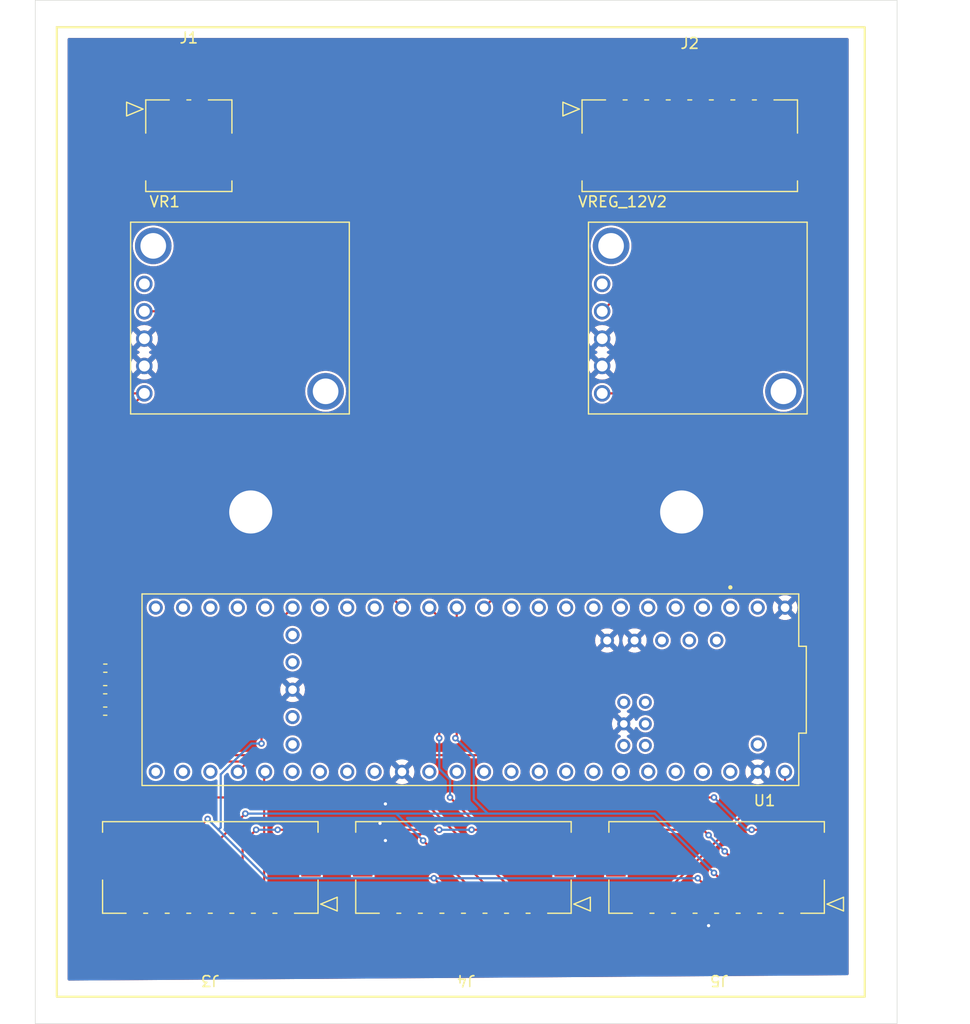
<source format=kicad_pcb>
(kicad_pcb (version 20240108) (generator "pcbnew") (generator_version "8.0")
  (layers (0 "F.Cu" signal) (31 "B.Cu" signal) (34 "B.Paste" user) (35 "F.Paste" user) (36 "B.SilkS" user "B.Silkscreen") (37 "F.SilkS" user "F.Silkscreen") (38 "B.Mask" user) (39 "F.Mask" user) (44 "Edge.Cuts" user))
  (net 0 "")
  (net 2 "GND")
  (net 4 "14.8V")
  (net 7 "12V")
  (net 8 "Net-(U1-MISO)")
  (net 11 "Net-(U1-MOSI)")
  (net 12 "Net-(J3-Pad5)")
  (net 13 "Net-(VR1-VOUT)")
  (net 14 "Net-(U1-CS3)")
  (net 16 "Net-(U1-CS2)")
  (net 21 "Net-(U1-CS1)")
  (net 24 "Net-(U1-3.3V)")
  (footprint "footprints:VREG_2851" (layer "F.Cu") (at 145 90)
    (property "Reference" "VREG_12V2" (at -6.985 -10.795 0) (layer "F.SilkS"))
    (property "Value" "~" (hide yes))
    (fp_line (start -10.15 -8.9) (end 10.15 -8.9) (stroke (width 0.127)) (layer "F.SilkS"))
    (fp_line (start -10.15 8.9) (end -10.15 -8.9) (stroke (width 0.127)) (layer "F.SilkS"))
    (fp_line (start 10.15 -8.9) (end 10.15 8.9) (stroke (width 0.127)) (layer "F.SilkS"))
    (fp_line (start 10.15 8.9) (end -10.15 8.9) (stroke (width 0.127)) (layer "F.SilkS"))
    (pad "EN" thru_hole circle (at -8.88 -3.17) (size 1.53 1.53) (drill 1.02) (layers "*.Cu" "*.Mask"))
    (pad "GND1" thru_hole circle (at -8.88 1.91) (size 1.53 1.53) (drill 1.02) (layers "*.Cu" "*.Mask") (net 2 "GND"))
    (pad "GND2" thru_hole circle (at -8.88 4.45) (size 1.53 1.53) (drill 1.02) (layers "*.Cu" "*.Mask") (net 2 "GND"))
    (pad "OUT" thru_hole circle (at -8.88 6.99) (size 1.53 1.53) (drill 1.02) (layers "*.Cu" "*.Mask") (net 7 "12V"))
    (pad "P1" thru_hole circle (at -8.05 -6.7) (size 3.396 3.396) (drill 2.38) (layers "*.Cu" "*.Mask"))
    (pad "P2" thru_hole circle (at 7.95 6.8) (size 3.396 3.396) (drill 2.38) (layers "*.Cu" "*.Mask"))
    (pad "VIN" thru_hole circle (at -8.88 -0.63) (size 1.53 1.53) (drill 1.02) (layers "*.Cu" "*.Mask") (net 4 "14.8V"))
  )
  (footprint "footprints:8Pin_Molex" (layer "F.Cu") (at 106.745999 144.4 180)
    (property "Reference" "J3" (at 6.999999 -7.1 180) (layer "F.SilkS"))
    (property "Value" "Sensor_1")
    (fp_line (start 16.999979 7.65) (end 16.999979 6.670041) (stroke (width 0.127)) (layer "F.SilkS"))
    (fp_line (start 16.999979 2.229961) (end 16.999979 -0.850001) (stroke (width 0.127)) (layer "F.SilkS"))
    (fp_line (start 16.999979 -0.850001) (end 14.82004 -0.850001) (stroke (width 0.127)) (layer "F.SilkS"))
    (fp_line (start 13.17996 -0.850001) (end 12.820039 -0.850001) (stroke (width 0.127)) (layer "F.SilkS"))
    (fp_line (start 11.179959 -0.850001) (end 10.82004 -0.850001) (stroke (width 0.127)) (layer "F.SilkS"))
    (fp_line (start 9.17996 -0.850001) (end 8.820039 -0.850001) (stroke (width 0.127)) (layer "F.SilkS"))
    (fp_line (start 7.179959 -0.850001) (end 6.820041 -0.850001) (stroke (width 0.127)) (layer "F.SilkS"))
    (fp_line (start 5.179961 -0.850001) (end 4.82004 -0.850001) (stroke (width 0.127)) (layer "F.SilkS"))
    (fp_line (start 3.17996 -0.850001) (end 2.820041 -0.850001) (stroke (width 0.127)) (layer "F.SilkS"))
    (fp_line (start 1.179961 -0.850001) (end 0.82004 -0.850001) (stroke (width 0.127)) (layer "F.SilkS"))
    (fp_line (start -0.82004 -0.850001) (end -2.999981 -0.850001) (stroke (width 0.127)) (layer "F.SilkS"))
    (fp_line (start -2.999981 7.65) (end 16.999979 7.65) (stroke (width 0.127)) (layer "F.SilkS"))
    (fp_line (start -2.999981 6.670041) (end -2.999981 7.65) (stroke (width 0.127)) (layer "F.SilkS"))
    (fp_line (start -2.999981 -0.850001) (end -2.999981 2.229961) (stroke (width 0.127)) (layer "F.SilkS"))
    (fp_line (start -3.253981 0) (end -4.777981 -0.635) (stroke (width 0.127)) (layer "F.SilkS"))
    (fp_line (start -4.777981 0.635) (end -3.253981 0) (stroke (width 0.127)) (layer "F.SilkS"))
    (fp_line (start -4.777981 -0.635) (end -4.777981 0.635) (stroke (width 0.127)) (layer "F.SilkS"))
    (pad "1" smd rect (at 0 0 180) (size 1 2.7) (layers "F.Cu" "F.Paste" "F.Mask") (net 7 "12V"))
    (pad "2" smd rect (at 2.000001 0 180) (size 1 2.7) (layers "F.Cu" "F.Paste" "F.Mask") (net 14 "Net-(U1-CS3)"))
    (pad "3" smd rect (at 4 0 180) (size 1 2.7) (layers "F.Cu" "F.Paste" "F.Mask") (net 8 "Net-(U1-MISO)"))
    (pad "4" smd rect (at 6.000001 0 180) (size 1 2.7) (layers "F.Cu" "F.Paste" "F.Mask") (net 11 "Net-(U1-MOSI)"))
    (pad "5" smd rect (at 7.999999 0 180) (size 1 2.7) (layers "F.Cu" "F.Paste" "F.Mask") (net 12 "Net-(J3-Pad5)"))
    (pad "6" smd rect (at 10 0 180) (size 1 2.7) (layers "F.Cu" "F.Paste" "F.Mask") (net 13 "Net-(VR1-VOUT)"))
    (pad "7" smd rect (at 11.999999 0 180) (size 1 2.7) (layers "F.Cu" "F.Paste" "F.Mask"))
    (pad "8" smd rect (at 14 0 180) (size 1 2.7) (layers "F.Cu" "F.Paste" "F.Mask") (net 2 "GND"))
    (pad "9" smd rect (at -2.35 4.450001 180) (size 1.8 3.8) (layers "F.Cu" "F.Paste" "F.Mask"))
    (pad "10" smd rect (at 16.35 4.450001 180) (size 1.8 3.8) (layers "F.Cu" "F.Paste" "F.Mask"))
  )
  (footprint "Resistor_SMD:R_0402_1005Metric" (layer "F.Cu") (at 89.99 126.49 180)
    (property "Reference" "R1" (hide yes))
    (property "Value" "10k" (hide yes))
    (fp_line (start -0.153641 0.38) (end 0.153641 0.38) (stroke (width 0.12)) (layer "F.SilkS"))
    (fp_line (start -0.153641 -0.38) (end 0.153641 -0.38) (stroke (width 0.12)) (layer "F.SilkS"))
    (pad "1" smd roundrect (at -0.51 0 180) (size 0.54 0.64) (layers "F.Cu" "F.Paste" "F.Mask") (net 14 "Net-(U1-CS3)"))
    (pad "2" smd roundrect (at 0.51 0 180) (size 0.54 0.64) (layers "F.Cu" "F.Paste" "F.Mask") (net 24 "Net-(U1-3.3V)"))
  )
  (footprint "MountingHole:MountingHole_4mm" (layer "F.Cu") (at 103.5 108)
    (property "Reference" "REF**" (hide yes))
    (property "Value" "MountingHole_4mm")
    (pad "" np_thru_hole circle (at 0 0) (size 4 4) (drill 4) (layers "*.Cu" "*.Mask"))
  )
  (footprint "footprints:8Pin_Molex" (layer "F.Cu") (at 130.245999 144.4 180)
    (property "Reference" "J4" (at 6.745999 -7.1 180) (layer "F.SilkS"))
    (property "Value" "Sensor_2")
    (fp_line (start 16.999979 7.65) (end 16.999979 6.670041) (stroke (width 0.127)) (layer "F.SilkS"))
    (fp_line (start 16.999979 2.229961) (end 16.999979 -0.850001) (stroke (width 0.127)) (layer "F.SilkS"))
    (fp_line (start 16.999979 -0.850001) (end 14.82004 -0.850001) (stroke (width 0.127)) (layer "F.SilkS"))
    (fp_line (start 13.17996 -0.850001) (end 12.820039 -0.850001) (stroke (width 0.127)) (layer "F.SilkS"))
    (fp_line (start 11.179959 -0.850001) (end 10.82004 -0.850001) (stroke (width 0.127)) (layer "F.SilkS"))
    (fp_line (start 9.17996 -0.850001) (end 8.820039 -0.850001) (stroke (width 0.127)) (layer "F.SilkS"))
    (fp_line (start 7.179959 -0.850001) (end 6.820041 -0.850001) (stroke (width 0.127)) (layer "F.SilkS"))
    (fp_line (start 5.179961 -0.850001) (end 4.82004 -0.850001) (stroke (width 0.127)) (layer "F.SilkS"))
    (fp_line (start 3.17996 -0.850001) (end 2.820041 -0.850001) (stroke (width 0.127)) (layer "F.SilkS"))
    (fp_line (start 1.179961 -0.850001) (end 0.82004 -0.850001) (stroke (width 0.127)) (layer "F.SilkS"))
    (fp_line (start -0.82004 -0.850001) (end -2.999981 -0.850001) (stroke (width 0.127)) (layer "F.SilkS"))
    (fp_line (start -2.999981 7.65) (end 16.999979 7.65) (stroke (width 0.127)) (layer "F.SilkS"))
    (fp_line (start -2.999981 6.670041) (end -2.999981 7.65) (stroke (width 0.127)) (layer "F.SilkS"))
    (fp_line (start -2.999981 -0.850001) (end -2.999981 2.229961) (stroke (width 0.127)) (layer "F.SilkS"))
    (fp_line (start -3.253981 0) (end -4.777981 -0.635) (stroke (width 0.127)) (layer "F.SilkS"))
    (fp_line (start -4.777981 0.635) (end -3.253981 0) (stroke (width 0.127)) (layer "F.SilkS"))
    (fp_line (start -4.777981 -0.635) (end -4.777981 0.635) (stroke (width 0.127)) (layer "F.SilkS"))
    (pad "1" smd rect (at 0 0 180) (size 1 2.7) (layers "F.Cu" "F.Paste" "F.Mask") (net 7 "12V"))
    (pad "2" smd rect (at 2.000001 0 180) (size 1 2.7) (layers "F.Cu" "F.Paste" "F.Mask") (net 16 "Net-(U1-CS2)"))
    (pad "3" smd rect (at 4 0 180) (size 1 2.7) (layers "F.Cu" "F.Paste" "F.Mask") (net 8 "Net-(U1-MISO)"))
    (pad "4" smd rect (at 6.000001 0 180) (size 1 2.7) (layers "F.Cu" "F.Paste" "F.Mask") (net 11 "Net-(U1-MOSI)"))
    (pad "5" smd rect (at 7.999999 0 180) (size 1 2.7) (layers "F.Cu" "F.Paste" "F.Mask") (net 12 "Net-(J3-Pad5)"))
    (pad "6" smd rect (at 10 0 180) (size 1 2.7) (layers "F.Cu" "F.Paste" "F.Mask") (net 13 "Net-(VR1-VOUT)"))
    (pad "7" smd rect (at 11.999999 0 180) (size 1 2.7) (layers "F.Cu" "F.Paste" "F.Mask"))
    (pad "8" smd rect (at 14 0 180) (size 1 2.7) (layers "F.Cu" "F.Paste" "F.Mask") (net 2 "GND"))
    (pad "9" smd rect (at -2.35 4.450001 180) (size 1.8 3.8) (layers "F.Cu" "F.Paste" "F.Mask"))
    (pad "10" smd rect (at 16.35 4.450001 180) (size 1.8 3.8) (layers "F.Cu" "F.Paste" "F.Mask"))
  )
  (footprint "footprints:MODULE_DEV-16771" (layer "F.Cu") (at 123.89 124.5 180)
    (property "Reference" "U1" (at -27.305 -10.295 0) (layer "F.SilkS"))
    (property "Value" "DEV-16771")
    (fp_line (start 30.48 8.89) (end -30.48 8.89) (stroke (width 0.127)) (layer "F.SilkS"))
    (fp_line (start 30.48 -8.89) (end 30.48 8.89) (stroke (width 0.127)) (layer "F.SilkS"))
    (fp_line (start -30.48 8.89) (end -30.48 4.03) (stroke (width 0.127)) (layer "F.SilkS"))
    (fp_line (start -30.48 4.03) (end -31.18 4.03) (stroke (width 0.127)) (layer "F.SilkS"))
    (fp_line (start -30.48 -4.03) (end -31.18 -4.03) (stroke (width 0.127)) (layer "F.SilkS"))
    (fp_line (start -30.48 -8.89) (end 30.48 -8.89) (stroke (width 0.127)) (layer "F.SilkS"))
    (fp_line (start -30.48 -8.89) (end -30.48 -4.03) (stroke (width 0.127)) (layer "F.SilkS"))
    (fp_line (start -31.18 4.03) (end -31.18 -4.03) (stroke (width 0.127)) (layer "F.SilkS"))
    (fp_circle (center -24.13 9.5) (end -24.03 9.5) (stroke (width 0.2)) (fill none) (layer "F.SilkS"))
    (pad "0" thru_hole circle (at -26.67 7.62 180) (size 1.308 1.308) (drill 0.8) (layers "*.Cu" "*.Mask"))
    (pad "1" thru_hole circle (at -24.13 7.62 180) (size 1.308 1.308) (drill 0.8) (layers "*.Cu" "*.Mask"))
    (pad "2" thru_hole circle (at -21.59 7.62 180) (size 1.308 1.308) (drill 0.8) (layers "*.Cu" "*.Mask"))
    (pad "3" thru_hole circle (at -19.05 7.62 180) (size 1.308 1.308) (drill 0.8) (layers "*.Cu" "*.Mask"))
    (pad "3.3V_1" thru_hole circle (at 6.35 7.62 180) (size 1.308 1.308) (drill 0.8) (layers "*.Cu" "*.Mask") (net 24 "Net-(U1-3.3V)"))
    (pad "3.3V_2" thru_hole circle (at -24.13 -7.62 180) (size 1.308 1.308) (drill 0.8) (layers "*.Cu" "*.Mask"))
    (pad "3.3V_3" thru_hole circle (at 16.51 2.54 180) (size 1.308 1.308) (drill 0.8) (layers "*.Cu" "*.Mask"))
    (pad "4" thru_hole circle (at -16.51 7.62 180) (size 1.308 1.308) (drill 0.8) (layers "*.Cu" "*.Mask"))
    (pad "5" thru_hole circle (at -13.97 7.62 180) (size 1.308 1.308) (drill 0.8) (layers "*.Cu" "*.Mask"))
    (pad "5V" thru_hole circle (at -22.86 4.57 180) (size 1.258 1.258) (drill 0.75) (layers "*.Cu" "*.Mask"))
    (pad "6" thru_hole circle (at -11.43 7.62 180) (size 1.308 1.308) (drill 0.8) (layers "*.Cu" "*.Mask"))
    (pad "7" thru_hole circle (at -8.89 7.62 180) (size 1.308 1.308) (drill 0.8) (layers "*.Cu" "*.Mask"))
    (pad "8" thru_hole circle (at -6.35 7.62 180) (size 1.308 1.308) (drill 0.8) (layers "*.Cu" "*.Mask"))
    (pad "9" thru_hole circle (at -3.81 7.62 180) (size 1.308 1.308) (drill 0.8) (layers "*.Cu" "*.Mask"))
    (pad "10" thru_hole circle (at -1.27 7.62 180) (size 1.308 1.308) (drill 0.8) (layers "*.Cu" "*.Mask") (net 21 "Net-(U1-CS1)"))
    (pad "11" thru_hole circle (at 1.27 7.62 180) (size 1.308 1.308) (drill 0.8) (layers "*.Cu" "*.Mask") (net 11 "Net-(U1-MOSI)"))
    (pad "12" thru_hole circle (at 3.81 7.62 180) (size 1.308 1.308) (drill 0.8) (layers "*.Cu" "*.Mask") (net 8 "Net-(U1-MISO)"))
    (pad "13" thru_hole circle (at 3.81 -7.62 180) (size 1.308 1.308) (drill 0.8) (layers "*.Cu" "*.Mask"))
    (pad "14" thru_hole circle (at 1.27 -7.62 180) (size 1.308 1.308) (drill 0.8) (layers "*.Cu" "*.Mask"))
    (pad "15" thru_hole circle (at -1.27 -7.62 180) (size 1.308 1.308) (drill 0.8) (layers "*.Cu" "*.Mask"))
    (pad "16" thru_hole circle (at -3.81 -7.62 180) (size 1.308 1.308) (drill 0.8) (layers "*.Cu" "*.Mask"))
    (pad "17" thru_hole circle (at -6.35 -7.62 180) (size 1.308 1.308) (drill 0.8) (layers "*.Cu" "*.Mask"))
    (pad "18" thru_hole circle (at -8.89 -7.62 180) (size 1.308 1.308) (drill 0.8) (layers "*.Cu" "*.Mask"))
    (pad "19" thru_hole circle (at -11.43 -7.62 180) (size 1.308 1.308) (drill 0.8) (layers "*.Cu" "*.Mask"))
    (pad "20" thru_hole circle (at -13.97 -7.62 180) (size 1.308 1.308) (drill 0.8) (layers "*.Cu" "*.Mask"))
    (pad "21" thru_hole circle (at -16.51 -7.62 180) (size 1.308 1.308) (drill 0.8) (layers "*.Cu" "*.Mask"))
    (pad "22" thru_hole circle (at -19.05 -7.62 180) (size 1.308 1.308) (drill 0.8) (layers "*.Cu" "*.Mask"))
    (pad "23" thru_hole circle (at -21.59 -7.62 180) (size 1.308 1.308) (drill 0.8) (layers "*.Cu" "*.Mask"))
    (pad "24" thru_hole circle (at 8.89 7.62 180) (size 1.308 1.308) (drill 0.8) (layers "*.Cu" "*.Mask"))
    (pad "25" thru_hole circle (at 11.43 7.62 180) (size 1.308 1.308) (drill 0.8) (layers "*.Cu" "*.Mask"))
    (pad "26" thru_hole circle (at 13.97 7.62 180) (size 1.308 1.308) (drill 0.8) (layers "*.Cu" "*.Mask"))
    (pad "27" thru_hole circle (at 16.51 7.62 180) (size 1.308 1.308) (drill 0.8) (layers "*.Cu" "*.Mask") (net 12 "Net-(J3-Pad5)"))
    (pad "28" thru_hole circle (at 19.05 7.62 180) (size 1.308 1.308) (drill 0.8) (layers "*.Cu" "*.Mask"))
    (pad "29" thru_hole circle (at 21.59 7.62 180) (size 1.308 1.308) (drill 0.8) (layers "*.Cu" "*.Mask"))
    (pad "30" thru_hole circle (at 24.13 7.62 180) (size 1.308 1.308) (drill 0.8) (layers "*.Cu" "*.Mask"))
    (pad "31" thru_hole circle (at 26.67 7.62 180) (size 1.308 1.308) (drill 0.8) (layers "*.Cu" "*.Mask"))
    (pad "32" thru_hole circle (at 29.21 7.62 180) (size 1.308 1.308) (drill 0.8) (layers "*.Cu" "*.Mask"))
    (pad "33" thru_hole circle (at 29.21 -7.62 180) (size 1.308 1.308) (drill 0.8) (layers "*.Cu" "*.Mask"))
    (pad "34" thru_hole circle (at 26.67 -7.62 180) (size 1.308 1.308) (drill 0.8) (layers "*.Cu" "*.Mask"))
    (pad "35" thru_hole circle (at 24.13 -7.62 180) (size 1.308 1.308) (drill 0.8) (layers "*.Cu" "*.Mask"))
    (pad "36" thru_hole circle (at 21.59 -7.62 180) (size 1.308 1.308) (drill 0.8) (layers "*.Cu" "*.Mask") (net 16 "Net-(U1-CS2)"))
    (pad "37" thru_hole circle (at 19.05 -7.62 180) (size 1.308 1.308) (drill 0.8) (layers "*.Cu" "*.Mask") (net 14 "Net-(U1-CS3)"))
    (pad "38" thru_hole circle (at 16.51 -7.62 180) (size 1.308 1.308) (drill 0.8) (layers "*.Cu" "*.Mask"))
    (pad "39" thru_hole circle (at 13.97 -7.62 180) (size 1.308 1.308) (drill 0.8) (layers "*.Cu" "*.Mask"))
    (pad "40" thru_hole circle (at 11.43 -7.62 180) (size 1.308 1.308) (drill 0.8) (layers "*.Cu" "*.Mask"))
    (pad "41" thru_hole circle (at 8.89 -7.62 180) (size 1.308 1.308) (drill 0.8) (layers "*.Cu" "*.Mask"))
    (pad "D+" thru_hole circle (at -17.78 4.57 180) (size 1.258 1.258) (drill 0.75) (layers "*.Cu" "*.Mask"))
    (pad "D-" thru_hole circle (at -20.32 4.57 180) (size 1.258 1.258) (drill 0.75) (layers "*.Cu" "*.Mask"))
    (pad "GND1" thru_hole circle (at -29.21 7.62 180) (size 1.308 1.308) (drill 0.8) (layers "*.Cu" "*.Mask") (net 2 "GND"))
    (pad "GND2" thru_hole circle (at 6.35 -7.62 180) (size 1.308 1.308) (drill 0.8) (layers "*.Cu" "*.Mask") (net 2 "GND"))
    (pad "GND3" thru_hole circle (at -26.67 -7.62 180) (size 1.308 1.308) (drill 0.8) (layers "*.Cu" "*.Mask") (net 2 "GND"))
    (pad "GND4" thru_hole circle (at 16.51 0 180) (size 1.308 1.308) (drill 0.8) (layers "*.Cu" "*.Mask") (net 2 "GND"))
    (pad "GND5" thru_hole circle (at -14.24 -3.17 180) (size 1.208 1.208) (drill 0.7) (layers "*.Cu" "*.Mask") (net 2 "GND"))
    (pad "LED" thru_hole circle (at -16.24 -3.17 180) (size 1.208 1.208) (drill 0.7) (layers "*.Cu" "*.Mask"))
    (pad "ON/OFF" thru_hole circle (at 16.51 -5.08 180) (size 1.308 1.308) (drill 0.8) (layers "*.Cu" "*.Mask"))
    (pad "PROGRAM" thru_hole circle (at 16.51 -2.54 180) (size 1.308 1.308) (drill 0.8) (layers "*.Cu" "*.Mask"))
    (pad "R+" thru_hole circle (at -16.24 -5.17 180) (size 1.208 1.208) (drill 0.7) (layers "*.Cu" "*.Mask"))
    (pad "R-" thru_hole circle (at -14.24 -5.17 180) (size 1.208 1.208) (drill 0.7) (layers "*.Cu" "*.Mask"))
    (pad "T+" thru_hole circle (at -14.24 -1.17 180) (size 1.208 1.208) (drill 0.7) (layers "*.Cu" "*.Mask"))
    (pad "T-" thru_hole circle (at -16.24 -1.17 180) (size 1.208 1.208) (drill 0.7) (layers "*.Cu" "*.Mask"))
    (pad "USB_GND1" thru_hole circle (at -15.24 4.57 180) (size 1.258 1.258) (drill 0.75) (layers "*.Cu" "*.Mask") (net 2 "GND"))
    (pad "USB_GND2" thru_hole circle (at -12.7 4.57 180) (size 1.258 1.258) (drill 0.75) (layers "*.Cu" "*.Mask") (net 2 "GND"))
    (pad "VBAT" thru_hole circle (at 16.51 5.08 180) (size 1.308 1.308) (drill 0.8) (layers "*.Cu" "*.Mask"))
    (pad "VIN" thru_hole circle (at -29.21 -7.62 180) (size 1.308 1.308) (drill 0.8) (layers "*.Cu" "*.Mask") (net 13 "Net-(VR1-VOUT)"))
    (pad "VUSB" thru_hole circle (at -26.67 -5.08 180) (size 1.308 1.308) (drill 0.8) (layers "*.Cu" "*.Mask"))
  )
  (footprint "footprints:VREG_2851" (layer "F.Cu") (at 102.5 90)
    (property "Reference" "VR1" (at -6.985 -10.795 0) (layer "F.SilkS"))
    (property "Value" "2851")
    (fp_line (start -10.15 -8.9) (end 10.15 -8.9) (stroke (width 0.127)) (layer "F.SilkS"))
    (fp_line (start -10.15 8.9) (end -10.15 -8.9) (stroke (width 0.127)) (layer "F.SilkS"))
    (fp_line (start 10.15 -8.9) (end 10.15 8.9) (stroke (width 0.127)) (layer "F.SilkS"))
    (fp_line (start 10.15 8.9) (end -10.15 8.9) (stroke (width 0.127)) (layer "F.SilkS"))
    (pad "EN" thru_hole circle (at -8.88 -3.17) (size 1.53 1.53) (drill 1.02) (layers "*.Cu" "*.Mask"))
    (pad "GND1" thru_hole circle (at -8.88 1.91) (size 1.53 1.53) (drill 1.02) (layers "*.Cu" "*.Mask") (net 2 "GND"))
    (pad "GND2" thru_hole circle (at -8.88 4.45) (size 1.53 1.53) (drill 1.02) (layers "*.Cu" "*.Mask") (net 2 "GND"))
    (pad "OUT" thru_hole circle (at -8.88 6.99) (size 1.53 1.53) (drill 1.02) (layers "*.Cu" "*.Mask") (net 13 "Net-(VR1-VOUT)"))
    (pad "P1" thru_hole circle (at -8.05 -6.7) (size 3.396 3.396) (drill 2.38) (layers "*.Cu" "*.Mask"))
    (pad "P2" thru_hole circle (at 7.95 6.8) (size 3.396 3.396) (drill 2.38) (layers "*.Cu" "*.Mask"))
    (pad "VIN" thru_hole circle (at -8.88 -0.63) (size 1.53 1.53) (drill 1.02) (layers "*.Cu" "*.Mask") (net 4 "14.8V"))
  )
  (footprint "Resistor_SMD:R_0402_1005Metric" (layer "F.Cu") (at 90 122.5 180)
    (property "Reference" "R3" (hide yes))
    (property "Value" "10k" (hide yes))
    (fp_line (start -0.153641 0.38) (end 0.153641 0.38) (stroke (width 0.12)) (layer "F.SilkS"))
    (fp_line (start -0.153641 -0.38) (end 0.153641 -0.38) (stroke (width 0.12)) (layer "F.SilkS"))
    (pad "1" smd roundrect (at -0.51 0 180) (size 0.54 0.64) (layers "F.Cu" "F.Paste" "F.Mask") (net 21 "Net-(U1-CS1)"))
    (pad "2" smd roundrect (at 0.51 0 180) (size 0.54 0.64) (layers "F.Cu" "F.Paste" "F.Mask") (net 24 "Net-(U1-3.3V)"))
  )
  (footprint "Resistor_SMD:R_0402_1005Metric" (layer "F.Cu") (at 89.99 124.5 180)
    (property "Reference" "R2" (hide yes))
    (property "Value" "10k" (hide yes))
    (fp_line (start -0.153641 0.38) (end 0.153641 0.38) (stroke (width 0.12)) (layer "F.SilkS"))
    (fp_line (start -0.153641 -0.38) (end 0.153641 -0.38) (stroke (width 0.12)) (layer "F.SilkS"))
    (pad "1" smd roundrect (at -0.51 0 180) (size 0.54 0.64) (layers "F.Cu" "F.Paste" "F.Mask") (net 16 "Net-(U1-CS2)"))
    (pad "2" smd roundrect (at 0.51 0 180) (size 0.54 0.64) (layers "F.Cu" "F.Paste" "F.Mask") (net 24 "Net-(U1-3.3V)"))
  )
  (footprint "footprints:2Pin_Molex" (layer "F.Cu") (at 96.754 70.600001)
    (property "Reference" "J1" (at 1 -6.600001 0) (layer "F.SilkS"))
    (property "Value" "Autopilot_Pwr_Output")
    (fp_line (start -4.777991 -0.635) (end -4.777991 0.635) (stroke (width 0.127)) (layer "F.SilkS"))
    (fp_line (start -4.777991 0.635) (end -3.253991 0) (stroke (width 0.127)) (layer "F.SilkS"))
    (fp_line (start -3.253991 0) (end -4.777991 -0.635) (stroke (width 0.127)) (layer "F.SilkS"))
    (fp_line (start -2.999991 -0.850001) (end -2.999991 2.229961) (stroke (width 0.127)) (layer "F.SilkS"))
    (fp_line (start -2.999991 6.670041) (end -2.999991 7.65) (stroke (width 0.127)) (layer "F.SilkS"))
    (fp_line (start -2.999991 7.65) (end 4.999992 7.65) (stroke (width 0.127)) (layer "F.SilkS"))
    (fp_line (start -0.82004 -0.850001) (end -2.999991 -0.850001) (stroke (width 0.127)) (layer "F.SilkS"))
    (fp_line (start 1.179961 -0.850001) (end 0.82004 -0.850001) (stroke (width 0.127)) (layer "F.SilkS"))
    (fp_line (start 4.999992 -0.850001) (end 2.820041 -0.850001) (stroke (width 0.127)) (layer "F.SilkS"))
    (fp_line (start 4.999992 2.229961) (end 4.999992 -0.850001) (stroke (width 0.127)) (layer "F.SilkS"))
    (fp_line (start 4.999992 7.65) (end 4.999992 6.670041) (stroke (width 0.127)) (layer "F.SilkS"))
    (pad "1" smd rect (at 0 0) (size 1 2.7) (layers "F.Cu" "F.Paste" "F.Mask") (net 13 "Net-(VR1-VOUT)"))
    (pad "2" smd rect (at 2.000001 0) (size 1 2.7) (layers "F.Cu" "F.Paste" "F.Mask") (net 2 "GND"))
    (pad "3" smd rect (at -2.35 4.450001) (size 1.8 3.8) (layers "F.Cu" "F.Paste" "F.Mask"))
    (pad "4" smd rect (at 4.350001 4.450001) (size 1.8 3.8) (layers "F.Cu" "F.Paste" "F.Mask"))
  )
  (footprint "footprints:8Pin_Molex" (layer "F.Cu") (at 137.254001 70.600001)
    (property "Reference" "J2" (at 6.999999 -6.100001 0) (layer "F.SilkS"))
    (property "Value" "Battery_Pwr_Input")
    (fp_line (start -4.777981 -0.635) (end -4.777981 0.635) (stroke (width 0.127)) (layer "F.SilkS"))
    (fp_line (start -4.777981 0.635) (end -3.253981 0) (stroke (width 0.127)) (layer "F.SilkS"))
    (fp_line (start -3.253981 0) (end -4.777981 -0.635) (stroke (width 0.127)) (layer "F.SilkS"))
    (fp_line (start -2.999981 -0.850001) (end -2.999981 2.229961) (stroke (width 0.127)) (layer "F.SilkS"))
    (fp_line (start -2.999981 6.670041) (end -2.999981 7.65) (stroke (width 0.127)) (layer "F.SilkS"))
    (fp_line (start -2.999981 7.65) (end 16.999979 7.65) (stroke (width 0.127)) (layer "F.SilkS"))
    (fp_line (start -0.82004 -0.850001) (end -2.999981 -0.850001) (stroke (width 0.127)) (layer "F.SilkS"))
    (fp_line (start 1.179961 -0.850001) (end 0.82004 -0.850001) (stroke (width 0.127)) (layer "F.SilkS"))
    (fp_line (start 3.17996 -0.850001) (end 2.820041 -0.850001) (stroke (width 0.127)) (layer "F.SilkS"))
    (fp_line (start 5.179961 -0.850001) (end 4.82004 -0.850001) (stroke (width 0.127)) (layer "F.SilkS"))
    (fp_line (start 7.179959 -0.850001) (end 6.820041 -0.850001) (stroke (width 0.127)) (layer "F.SilkS"))
    (fp_line (start 9.17996 -0.850001) (end 8.820039 -0.850001) (stroke (width 0.127)) (layer "F.SilkS"))
    (fp_line (start 11.179959 -0.850001) (end 10.82004 -0.850001) (stroke (width 0.127)) (layer "F.SilkS"))
    (fp_line (start 13.17996 -0.850001) (end 12.820039 -0.850001) (stroke (width 0.127)) (layer "F.SilkS"))
    (fp_line (start 16.999979 -0.850001) (end 14.82004 -0.850001) (stroke (width 0.127)) (layer "F.SilkS"))
    (fp_line (start 16.999979 2.229961) (end 16.999979 -0.850001) (stroke (width 0.127)) (layer "F.SilkS"))
    (fp_line (start 16.999979 7.65) (end 16.999979 6.670041) (stroke (width 0.127)) (layer "F.SilkS"))
    (pad "1" smd rect (at 0 0) (size 1 2.7) (layers "F.Cu" "F.Paste" "F.Mask") (net 4 "14.8V"))
    (pad "2" smd rect (at 2.000001 0) (size 1 2.7) (layers "F.Cu" "F.Paste" "F.Mask") (net 4 "14.8V"))
    (pad "3" smd rect (at 4 0) (size 1 2.7) (layers "F.Cu" "F.Paste" "F.Mask") (net 4 "14.8V"))
    (pad "4" smd rect (at 6.000001 0) (size 1 2.7) (layers "F.Cu" "F.Paste" "F.Mask") (net 4 "14.8V"))
    (pad "5" smd rect (at 7.999999 0) (size 1 2.7) (layers "F.Cu" "F.Paste" "F.Mask") (net 2 "GND"))
    (pad "6" smd rect (at 10 0) (size 1 2.7) (layers "F.Cu" "F.Paste" "F.Mask") (net 2 "GND"))
    (pad "7" smd rect (at 11.999999 0) (size 1 2.7) (layers "F.Cu" "F.Paste" "F.Mask") (net 2 "GND"))
    (pad "8" smd rect (at 14 0) (size 1 2.7) (layers "F.Cu" "F.Paste" "F.Mask") (net 2 "GND"))
    (pad "9" smd rect (at -2.35 4.450001) (size 1.8 3.8) (layers "F.Cu" "F.Paste" "F.Mask"))
    (pad "10" smd rect (at 16.35 4.450001) (size 1.8 3.8) (layers "F.Cu" "F.Paste" "F.Mask"))
  )
  (footprint "MountingHole:MountingHole_4mm" (layer "F.Cu") (at 143.5 108)
    (property "Reference" "REF**" (hide yes))
    (property "Value" "MountingHole_4mm")
    (pad "" np_thru_hole circle (at 0 0) (size 4 4) (drill 4) (layers "*.Cu" "*.Mask"))
  )
  (footprint "footprints:8Pin_Molex" (layer "F.Cu") (at 153.745999 144.4 180)
    (property "Reference" "J5" (at 6.745999 -7.1 180) (layer "F.SilkS"))
    (property "Value" "Sensor_3")
    (fp_line (start 16.999979 7.65) (end 16.999979 6.670041) (stroke (width 0.127)) (layer "F.SilkS"))
    (fp_line (start 16.999979 2.229961) (end 16.999979 -0.850001) (stroke (width 0.127)) (layer "F.SilkS"))
    (fp_line (start 16.999979 -0.850001) (end 14.82004 -0.850001) (stroke (width 0.127)) (layer "F.SilkS"))
    (fp_line (start 13.17996 -0.850001) (end 12.820039 -0.850001) (stroke (width 0.127)) (layer "F.SilkS"))
    (fp_line (start 11.179959 -0.850001) (end 10.82004 -0.850001) (stroke (width 0.127)) (layer "F.SilkS"))
    (fp_line (start 9.17996 -0.850001) (end 8.820039 -0.850001) (stroke (width 0.127)) (layer "F.SilkS"))
    (fp_line (start 7.179959 -0.850001) (end 6.820041 -0.850001) (stroke (width 0.127)) (layer "F.SilkS"))
    (fp_line (start 5.179961 -0.850001) (end 4.82004 -0.850001) (stroke (width 0.127)) (layer "F.SilkS"))
    (fp_line (start 3.17996 -0.850001) (end 2.820041 -0.850001) (stroke (width 0.127)) (layer "F.SilkS"))
    (fp_line (start 1.179961 -0.850001) (end 0.82004 -0.850001) (stroke (width 0.127)) (layer "F.SilkS"))
    (fp_line (start -0.82004 -0.850001) (end -2.999981 -0.850001) (stroke (width 0.127)) (layer "F.SilkS"))
    (fp_line (start -2.999981 7.65) (end 16.999979 7.65) (stroke (width 0.127)) (layer "F.SilkS"))
    (fp_line (start -2.999981 6.670041) (end -2.999981 7.65) (stroke (width 0.127)) (layer "F.SilkS"))
    (fp_line (start -2.999981 -0.850001) (end -2.999981 2.229961) (stroke (width 0.127)) (layer "F.SilkS"))
    (fp_line (start -3.253981 0) (end -4.777981 -0.635) (stroke (width 0.127)) (layer "F.SilkS"))
    (fp_line (start -4.777981 0.635) (end -3.253981 0) (stroke (width 0.127)) (layer "F.SilkS"))
    (fp_line (start -4.777981 -0.635) (end -4.777981 0.635) (stroke (width 0.127)) (layer "F.SilkS"))
    (pad "1" smd rect (at 0 0 180) (size 1 2.7) (layers "F.Cu" "F.Paste" "F.Mask") (net 7 "12V"))
    (pad "2" smd rect (at 2.000001 0 180) (size 1 2.7) (layers "F.Cu" "F.Paste" "F.Mask") (net 21 "Net-(U1-CS1)"))
    (pad "3" smd rect (at 4 0 180) (size 1 2.7) (layers "F.Cu" "F.Paste" "F.Mask") (net 8 "Net-(U1-MISO)"))
    (pad "4" smd rect (at 6.000001 0 180) (size 1 2.7) (layers "F.Cu" "F.Paste" "F.Mask") (net 11 "Net-(U1-MOSI)"))
    (pad "5" smd rect (at 7.999999 0 180) (size 1 2.7) (layers "F.Cu" "F.Paste" "F.Mask") (net 12 "Net-(J3-Pad5)"))
    (pad "6" smd rect (at 10 0 180) (size 1 2.7) (layers "F.Cu" "F.Paste" "F.Mask") (net 13 "Net-(VR1-VOUT)"))
    (pad "7" smd rect (at 11.999999 0 180) (size 1 2.7) (layers "F.Cu" "F.Paste" "F.Mask"))
    (pad "8" smd rect (at 14 0 180) (size 1 2.7) (layers "F.Cu" "F.Paste" "F.Mask") (net 2 "GND"))
    (pad "9" smd rect (at -2.35 4.450001 180) (size 1.8 3.8) (layers "F.Cu" "F.Paste" "F.Mask"))
    (pad "10" smd rect (at 16.35 4.450001 180) (size 1.8 3.8) (layers "F.Cu" "F.Paste" "F.Mask"))
  )
  (gr_rect (start 85.5 63) (end 160.5 153) (stroke (width 0.2)) (fill none) (layer "F.SilkS"))
  (gr_rect (start 83.5 60.5) (end 163.5 155.5) (stroke (width 0.05)) (fill none) (layer "Edge.Cuts"))
  (segment (start 140.995999 146.5) (end 139.745999 145.25) (width 0.2) (layer "F.Cu") (net 2))
  (segment (start 139.745999 145.25) (end 139.745999 144.4) (width 0.2) (layer "F.Cu") (net 2))
  (segment (start 115.5 135.5) (end 116 135) (width 0.2) (layer "F.Cu") (net 2))
  (segment (start 146 146.4) (end 145.9 146.5) (width 0.2) (layer "F.Cu") (net 2))
  (segment (start 116.245999 144.4) (end 116.245999 138.745999) (width 0.2) (layer "F.Cu") (net 2))
  (segment (start 116 135) (end 116 135.1) (width 0.2) (layer "F.Cu") (net 2))
  (segment (start 145.9 146.5) (end 140.995999 146.5) (width 0.2) (layer "F.Cu") (net 2))
  (segment (start 115.5 136.9) (end 115.5 135.5) (width 0.2) (layer "F.Cu") (net 2))
  (segment (start 116.245999 138.745999) (end 116 138.5) (width 0.2) (layer "F.Cu") (net 2))
  (via (at 116 135.1) (size 0.6) (drill 0.3) (layers "F.Cu" "B.Cu") (net 2))
  (via (at 116 138.5) (size 0.6) (drill 0.3) (layers "F.Cu" "B.Cu") (net 2))
  (via (at 115.5 136.9) (size 0.6) (drill 0.3) (layers "F.Cu" "B.Cu") (net 2))
  (via (at 146 146.4) (size 0.6) (drill 0.3) (layers "F.Cu" "B.Cu") (net 2))
  (segment (start 116 133.66) (end 117.54 132.12) (width 0.2) (layer "B.Cu") (net 2))
  (segment (start 116 138.5) (end 116 137.4) (width 0.2) (layer "B.Cu") (net 2))
  (segment (start 151.214 141.186) (end 146 146.4) (width 0.2) (layer "B.Cu") (net 2))
  (segment (start 116 137.4) (end 115.5 136.9) (width 0.2) (layer "B.Cu") (net 2))
  (segment (start 150.56 132.12) (end 151.214 132.774) (width 0.2) (layer "B.Cu") (net 2))
  (segment (start 151.214 132.774) (end 151.214 141.186) (width 0.2) (layer "B.Cu") (net 2))
  (segment (start 116 135.1) (end 116 133.66) (width 0.2) (layer "B.Cu") (net 2))
  (segment (start 138.948 80) (end 138.948 86.542) (width 0.2) (layer "F.Cu") (net 4))
  (segment (start 132.5 80) (end 132.5 89.5) (width 0.2) (layer "F.Cu") (net 4))
  (segment (start 137.254001 70.600001) (end 138.948 72.294) (width 0.2) (layer "F.Cu") (net 4))
  (segment (start 138.948 86.542) (end 136.12 89.37) (width 0.2) (layer "F.Cu") (net 4))
  (segment (start 137.254001 70.600001) (end 143.254002 70.600001) (width 0.2) (layer "F.Cu") (net 4))
  (segment (start 132.5 89.5) (end 132.37 89.37) (width 0.2) (layer "F.Cu") (net 4))
  (segment (start 138.948 79.5) (end 138.948 80) (width 0.2) (layer "F.Cu") (net 4))
  (segment (start 138.948 72.294) (end 138.948 79.5) (width 0.2) (layer "F.Cu") (net 4))
  (segment (start 132.37 89.37) (end 93.62 89.37) (width 0.2) (layer "F.Cu") (net 4))
  (segment (start 138.948 80) (end 132.5 80) (width 0.2) (layer "F.Cu") (net 4))
  (segment (start 153.745999 144.05) (end 153.745999 144.9) (width 0.2) (layer "F.Cu") (net 7))
  (segment (start 156 146.5) (end 155.95 146.55) (width 0.2) (layer "F.Cu") (net 7))
  (segment (start 132 146.55) (end 132.45 147) (width 0.2) (layer "F.Cu") (net 7))
  (segment (start 108.845999 147) (end 106.745999 144.9) (width 0.2) (layer "F.Cu") (net 7))
  (segment (start 132 146.55) (end 131.895999 146.55) (width 0.2) (layer "F.Cu") (net 7))
  (segment (start 158 144.5) (end 158 110.5) (width 0.2) (layer "F.Cu") (net 7))
  (segment (start 144.49 96.99) (end 136.12 96.99) (width 0.2) (layer "F.Cu") (net 7))
  (segment (start 153.745999 144.9) (end 153.745999 145.75) (width 0.2) (layer "F.Cu") (net 7))
  (segment (start 158 110.5) (end 144.49 96.99) (width 0.2) (layer "F.Cu") (net 7))
  (segment (start 131.895999 146.55) (end 130.245999 144.9) (width 0.2) (layer "F.Cu") (net 7))
  (segment (start 132 146.55) (end 131.55 147) (width 0.2) (layer "F.Cu") (net 7))
  (segment (start 156 146.5) (end 158 144.5) (width 0.2) (layer "F.Cu") (net 7))
  (segment (start 155.395999 146.55) (end 153.745999 144.9) (width 0.2) (layer "F.Cu") (net 7))
  (segment (start 155.95 146.55) (end 155.395999 146.55) (width 0.2) (layer "F.Cu") (net 7))
  (segment (start 155.5 147) (end 155.95 146.55) (width 0.2) (layer "F.Cu") (net 7))
  (segment (start 132.45 147) (end 155.5 147) (width 0.2) (layer "F.Cu") (net 7))
  (segment (start 131.55 147) (end 108.845999 147) (width 0.2) (layer "F.Cu") (net 7))
  (segment (start 126.245999 143.55) (end 126.245999 144.4) (width 0.2) (layer "F.Cu") (net 8))
  (segment (start 147.5 139.5) (end 149.745999 141.745999) (width 0.2) (layer "F.Cu") (net 8))
  (segment (start 120.195999 137.5) (end 126.245999 143.55) (width 0.2) (layer "F.Cu") (net 8))
  (segment (start 106 137.5) (end 120.195999 137.5) (width 0.2) (layer "F.Cu") (net 8))
  (segment (start 121 129) (end 121 117.8) (width 0.2) (layer "F.Cu") (net 8))
  (segment (start 124 137.5) (end 125 137.5) (width 0.2) (layer "F.Cu") (net 8))
  (segment (start 102.745999 144.4) (end 102.745999 138.754001) (width 0.2) (layer "F.Cu") (net 8))
  (segment (start 120.195999 137.5) (end 121 137.5) (width 0.2) (layer "F.Cu") (net 8))
  (segment (start 149.745999 141.745999) (end 149.745999 144.4) (width 0.2) (layer "F.Cu") (net 8))
  (segment (start 145.5 137.5) (end 146 138) (width 0.2) (layer "F.Cu") (net 8))
  (segment (start 121 117.8) (end 120.08 116.88) (width 0.2) (layer "F.Cu") (net 8))
  (segment (start 125 137.5) (end 145.5 137.5) (width 0.2) (layer "F.Cu") (net 8))
  (segment (start 125 137.5) (end 122 134.5) (width 0.2) (layer "F.Cu") (net 8))
  (segment (start 102.745999 138.754001) (end 104 137.5) (width 0.2) (layer "F.Cu") (net 8))
  (via (at 124 137.5) (size 0.6) (drill 0.3) (layers "F.Cu" "B.Cu") (net 8))
  (via (at 104 137.5) (size 0.6) (drill 0.3) (layers "F.Cu" "B.Cu") (net 8))
  (via (at 147.5 139.5) (size 0.6) (drill 0.3) (layers "F.Cu" "B.Cu") (net 8))
  (via (at 121 129) (size 0.6) (drill 0.3) (layers "F.Cu" "B.Cu") (net 8))
  (via (at 106 137.5) (size 0.6) (drill 0.3) (layers "F.Cu" "B.Cu") (net 8))
  (via (at 146 138) (size 0.6) (drill 0.3) (layers "F.Cu" "B.Cu") (net 8))
  (via (at 122 134.5) (size 0.6) (drill 0.3) (layers "F.Cu" "B.Cu") (net 8))
  (via (at 121 137.5) (size 0.6) (drill 0.3) (layers "F.Cu" "B.Cu") (net 8))
  (segment (start 121 137.5) (end 124 137.5) (width 0.2) (layer "B.Cu") (net 8))
  (segment (start 104 137.5) (end 106 137.5) (width 0.2) (layer "B.Cu") (net 8))
  (segment (start 121 129) (end 121 131.84916) (width 0.2) (layer "B.Cu") (net 8))
  (segment (start 146 138) (end 147.5 139.5) (width 0.2) (layer "B.Cu") (net 8))
  (segment (start 122 132.84916) (end 122 134.5) (width 0.2) (layer "B.Cu") (net 8))
  (segment (start 121 131.84916) (end 122 132.84916) (width 0.2) (layer "B.Cu") (net 8))
  (segment (start 119.5 138.5) (end 124.245998 143.245998) (width 0.2) (layer "F.Cu") (net 11))
  (segment (start 146.5 141.5) (end 147.745998 142.745998) (width 0.2) (layer "F.Cu") (net 11))
  (segment (start 122.62 128.88) (end 122.62 116.88) (width 0.2) (layer "F.Cu") (net 11))
  (segment (start 122.5 129) (end 122.62 128.88) (width 0.2) (layer "F.Cu") (net 11))
  (segment (start 124.245998 143.245998) (end 124.245998 144.4) (width 0.2) (layer "F.Cu") (net 11))
  (segment (start 100.745998 138.254002) (end 103 136) (width 0.2) (layer "F.Cu") (net 11))
  (segment (start 100.745998 144.4) (end 100.745998 138.254002) (width 0.2) (layer "F.Cu") (net 11))
  (segment (start 147.745998 142.745998) (end 147.745998 144.4) (width 0.2) (layer "F.Cu") (net 11))
  (via (at 122.5 129) (size 0.6) (drill 0.3) (layers "F.Cu" "B.Cu") (net 11))
  (via (at 103 136) (size 0.6) (drill 0.3) (layers "F.Cu" "B.Cu") (net 11))
  (via (at 119.5 138.5) (size 0.6) (drill 0.3) (layers "F.Cu" "B.Cu") (net 11))
  (via (at 146.5 141.5) (size 0.6) (drill 0.3) (layers "F.Cu" "B.Cu") (net 11))
  (segment (start 141 136) (end 146.5 141.5) (width 0.2) (layer "B.Cu") (net 11))
  (segment (start 117 136) (end 119.5 138.5) (width 0.2) (layer "B.Cu") (net 11))
  (segment (start 125.5 136) (end 124.206 134.706) (width 0.2) (layer "B.Cu") (net 11))
  (segment (start 103 136) (end 117 136) (width 0.2) (layer "B.Cu") (net 11))
  (segment (start 124.206 134.706) (end 124.206 130.706) (width 0.2) (layer "B.Cu") (net 11))
  (segment (start 125.5 136) (end 141 136) (width 0.2) (layer "B.Cu") (net 11))
  (segment (start 117 136) (end 125.5 136) (width 0.2) (layer "B.Cu") (net 11))
  (segment (start 124.206 130.706) (end 122.5 129) (width 0.2) (layer "B.Cu") (net 11))
  (segment (start 104.5 129.5) (end 104.5 119.76) (width 0.2) (layer "F.Cu") (net 12))
  (segment (start 98.746 144.4) (end 98.746 137.254) (width 0.2) (layer "F.Cu") (net 12))
  (segment (start 104.5 119.76) (end 107.38 116.88) (width 0.2) (layer "F.Cu") (net 12))
  (segment (start 122.246 143.746) (end 122.246 144.4) (width 0.2) (layer "F.Cu") (net 12))
  (segment (start 120.5 142) (end 122.246 143.746) (width 0.2) (layer "F.Cu") (net 12))
  (segment (start 145 142) (end 145.746 142.746) (width 0.2) (layer "F.Cu") (net 12))
  (segment (start 98.746 137.254) (end 99.5 136.5) (width 0.2) (layer "F.Cu") (net 12))
  (segment (start 145.746 142.746) (end 145.746 144.4) (width 0.2) (layer "F.Cu") (net 12))
  (via (at 104.5 129.5) (size 0.6) (drill 0.3) (layers "F.Cu" "B.Cu") (net 12))
  (via (at 120.5 142) (size 0.6) (drill 0.3) (layers "F.Cu" "B.Cu") (net 12))
  (via (at 145 142) (size 0.6) (drill 0.3) (layers "F.Cu" "B.Cu") (net 12))
  (via (at 99.5 136.5) (size 0.6) (drill 0.3) (layers "F.Cu" "B.Cu") (net 12))
  (segment (start 100.714 137.286) (end 100.714 132.35684) (width 0.2) (layer "B.Cu") (net 12))
  (segment (start 99.5 136.5) (end 100.5 137.5) (width 0.2) (layer "B.Cu") (net 12))
  (segment (start 100.714 132.35684) (end 103.57084 129.5) (width 0.2) (layer "B.Cu") (net 12))
  (segment (start 105 142) (end 120.5 142) (width 0.2) (layer "B.Cu") (net 12))
  (segment (start 100.5 137.5) (end 105 142) (width 0.2) (layer "B.Cu") (net 12))
  (segment (start 100.5 137.5) (end 100.714 137.286) (width 0.2) (layer "B.Cu") (net 12))
  (segment (start 103.57084 129.5) (end 104.5 129.5) (width 0.2) (layer "B.Cu") (net 12))
  (segment (start 120.5 142) (end 145 142) (width 0.2) (layer "B.Cu") (net 12))
  (segment (start 119.25 142.75) (end 120.245999 143.745999) (width 0.2) (layer "F.Cu") (net 13))
  (segment (start 153.1 132.12) (end 153.1 133.9) (width 0.2) (layer "F.Cu") (net 13))
  (segment (start 95.673 143.777) (end 97.946 146.05) (width 0.2) (layer "F.Cu") (net 13))
  (segment (start 129.445999 142.75) (end 142.546 142.75) (width 0.2) (layer "F.Cu") (net 13))
  (segment (start 91 97) (end 91.01 96.99) (width 0.2) (layer "F.Cu") (net 13))
  (segment (start 119.5 143) (end 119.5 146) (width 0.2) (layer "F.Cu") (net 13))
  (segment (start 96.754 68.254) (end 96.5 68) (width 0.2) (layer "F.Cu") (net 13))
  (segment (start 153.1 133.9) (end 151 136) (width 0.2) (layer "F.Cu") (net 13))
  (segment (start 120.245999 143.745999) (end 120.245999 144.4) (width 0.2) (layer "F.Cu") (net 13))
  (segment (start 129.445999 145.554001) (end 129.445999 142.75) (width 0.2) (layer "F.Cu") (net 13))
  (segment (start 119.046 146.05) (end 119.046 142.954) (width 0.2) (layer "F.Cu") (net 13))
  (segment (start 110.845999 146.05) (end 119.046 146.05) (width 0.2) (layer "F.Cu") (net 13))
  (segment (start 105.945999 146.05) (end 105.945999 142.75) (width 0.2) (layer "F.Cu") (net 13))
  (segment (start 143.745999 143.949999) (end 143.745999 144.4) (width 0.2) (layer "F.Cu") (net 13))
  (segment (start 96.5 68) (end 91 68) (width 0.2) (layer "F.Cu") (net 13))
  (segment (start 90.5 136.5) (end 95.673 141.673) (width 0.2) (layer "F.Cu") (net 13))
  (segment (start 143.745999 145.75) (end 143.745999 144.9) (width 0.2) (layer "F.Cu") (net 13))
  (segment (start 95.673 142.327) (end 96.745999 143.399999) (width 0.2) (layer "F.Cu") (net 13))
  (segment (start 88.5 102.11) (end 88.5 136.5) (width 0.2) (layer "F.Cu") (net 13))
  (segment (start 128.95 146.05) (end 129.445999 145.554001) (width 0.2) (layer "F.Cu") (net 13))
  (segment (start 119.046 142.954) (end 119.25 142.75) (width 0.2) (layer "F.Cu") (net 13))
  (segment (start 142.546 142.75) (end 143.745999 143.949999) (width 0.2) (layer "F.Cu") (net 13))
  (segment (start 95.673 141.673) (end 95.673 142.327) (width 0.2) (layer "F.Cu") (net 13))
  (segment (start 91.01 96.99) (end 93.62 96.99) (width 0.2) (layer "F.Cu") (net 13))
  (segment (start 149.296 136) (end 142.546 142.75) (width 0.2) (layer "F.Cu") (net 13))
  (segment (start 97.946 146.05) (end 105.945999 146.05) (width 0.2) (layer "F.Cu") (net 13))
  (segment (start 96.745999 143.399999) (end 96.745999 144.9) (width 0.2) (layer "F.Cu") (net 13))
  (segment (start 93.62 96.99) (end 88.5 102.11) (width 0.2) (layer "F.Cu") (net 13))
  (segment (start 119.25 142.75) (end 119.5 143) (width 0.2) (layer "F.Cu") (net 13))
  (segment (start 91 68) (end 91 97) (width 0.2) (layer "F.Cu") (net 13))
  (segment (start 107.545999 142.75) (end 110.845999 146.05) (width 0.2) (layer "F.Cu") (net 13))
  (segment (start 119.55 146.05) (end 128.95 146.05) (width 0.2) (layer "F.Cu") (net 13))
  (segment (start 96.754 70.600001) (end 96.754 68.254) (width 0.2) (layer "F.Cu") (net 13))
  (segment (start 88.5 136.5) (end 90.5 136.5) (width 0.2) (layer "F.Cu") (net 13))
  (segment (start 119.5 146) (end 119.55 146.05) (width 0.2) (layer "F.Cu") (net 13))
  (segment (start 151 136) (end 149.296 136) (width 0.2) (layer "F.Cu") (net 13))
  (segment (start 95.673 142.327) (end 95.673 143.777) (width 0.2) (layer "F.Cu") (net 13))
  (segment (start 105.945999 142.75) (end 107.545999 142.75) (width 0.2) (layer "F.Cu") (net 13))
  (segment (start 120.245999 145.75) (end 120.245999 144.9) (width 0.2) (layer "F.Cu") (net 13))
  (segment (start 90.5 131.5) (end 93.5 134.5) (width 0.2) (layer "F.Cu") (net 14))
  (segment (start 104.745998 132.214002) (end 104.84 132.12) (width 0.2) (layer "F.Cu") (net 14))
  (segment (start 104.745998 134) (end 104.745998 132.214002) (width 0.2) (layer "F.Cu") (net 14))
  (segment (start 104.745998 144.4) (end 104.745998 135.5) (width 0.2) (layer "F.Cu") (net 14))
  (segment (start 90.5 126.49) (end 90.5 131.5) (width 0.2) (layer "F.Cu") (net 14))
  (segment (start 103.745998 134.5) (end 104.745998 135.5) (width 0.2) (layer "F.Cu") (net 14))
  (segment (start 93.5 134.5) (end 103.745998 134.5) (width 0.2) (layer "F.Cu") (net 14))
  (segment (start 104.745998 135.5) (end 104.745998 134) (width 0.2) (layer "F.Cu") (net 14))
  (segment (start 103.254 131.166) (end 102.3 132.12) (width 0.2) (layer "F.Cu") (net 16))
  (segment (start 107.77516 131.166) (end 103.254 131.166) (width 0.2) (layer "F.Cu") (net 16))
  (segment (start 119.195998 134.5) (end 108.574 134.5) (width 0.2) (layer "F.Cu") (net 16))
  (segment (start 128.245998 143.55) (end 119.195998 134.5) (width 0.2) (layer "F.Cu") (net 16))
  (segment (start 128.245998 144.4) (end 128.245998 143.55) (width 0.2) (layer "F.Cu") (net 16))
  (segment (start 108.574 131.96484) (end 107.77516 131.166) (width 0.2) (layer "F.Cu") (net 16))
  (segment (start 108.574 134.5) (end 108.574 131.96484) (width 0.2) (layer "F.Cu") (net 16))
  (segment (start 90.5 124.5) (end 97.166 131.166) (width 0.2) (layer "F.Cu") (net 16))
  (segment (start 97.166 131.166) (end 103.254 131.166) (width 0.2) (layer "F.Cu") (net 16))
  (segment (start 150 137.5) (end 151.745998 137.5) (width 0.2) (layer "F.Cu") (net 21))
  (segment (start 138.89084 134.5) (end 146.5 134.5) (width 0.2) (layer "F.Cu") (net 21))
  (segment (start 94.01 122.5) (end 102.084 130.574) (width 0.2) (layer "F.Cu") (net 21))
  (segment (start 90.51 122.5) (end 94.01 122.5) (width 0.2) (layer "F.Cu") (net 21))
  (segment (start 154.054 134.446) (end 154.054 124.26316) (width 0.2) (layer "F.Cu") (net 21))
  (segment (start 151.745998 136.754002) (end 154.054 134.446) (width 0.2) (layer "F.Cu") (net 21))
  (segment (start 102.084 130.574) (end 135.574 130.574) (width 0.2) (layer "F.Cu") (net 21))
  (segment (start 151.745998 144.4) (end 151.745998 137.5) (width 0.2) (layer "F.Cu") (net 21))
  (segment (start 135.574 130.574) (end 136.906 131.906) (width 0.2) (layer "F.Cu") (net 21))
  (segment (start 146.5 116.70916) (end 146.5 116.55084) (width 0.2) (layer "F.Cu") (net 21))
  (segment (start 145.44916 115.5) (end 126.54 115.5) (width 0.2) (layer "F.Cu") (net 21))
  (segment (start 146.5 116.55084) (end 145.44916 115.5) (width 0.2) (layer "F.Cu") (net 21))
  (segment (start 126.54 115.5) (end 125.16 116.88) (width 0.2) (layer "F.Cu") (net 21))
  (segment (start 154.054 124.26316) (end 146.5 116.70916) (width 0.2) (layer "F.Cu") (net 21))
  (segment (start 151.745998 137.5) (end 151.745998 136.754002) (width 0.2) (layer "F.Cu") (net 21))
  (segment (start 136.906 131.906) (end 136.906 132.51516) (width 0.2) (layer "F.Cu") (net 21))
  (segment (start 136.906 132.51516) (end 138.89084 134.5) (width 0.2) (layer "F.Cu") (net 21))
  (via (at 146.5 134.5) (size 0.6) (drill 0.3) (layers "F.Cu" "B.Cu") (net 21))
  (via (at 150 137.5) (size 0.6) (drill 0.3) (layers "F.Cu" "B.Cu") (net 21))
  (segment (start 149.5 137.5) (end 150 137.5) (width 0.2) (layer "B.Cu") (net 21))
  (segment (start 146.5 134.5) (end 149.5 137.5) (width 0.2) (layer "B.Cu") (net 21))
  (segment (start 89.49 119.02) (end 89.49 122.5) (width 0.2) (layer "F.Cu") (net 24))
  (segment (start 89.48 123) (end 89.48 126.49) (width 0.2) (layer "F.Cu") (net 24))
  (segment (start 89.49 122.99) (end 89.48 123) (width 0.2) (layer "F.Cu") (net 24))
  (segment (start 117.54 116.88) (end 116.586 115.926) (width 0.2) (layer "F.Cu") (net 24))
  (segment (start 89.49 126.5) (end 89.48 126.49) (width 0.2) (layer "F.Cu") (net 24))
  (segment (start 92.584 115.926) (end 89.49 119.02) (width 0.2) (layer "F.Cu") (net 24))
  (segment (start 116.586 115.926) (end 92.584 115.926) (width 0.2) (layer "F.Cu") (net 24))
  (segment (start 89.49 122.5) (end 89.49 122.99) (width 0.2) (layer "F.Cu") (net 24))
  (zone (net 2) (net_name "GND") (layers "F&B.Cu") (connect_pads (clearance 0)) (min_thickness 0.25) (fill yes (thermal_gap 0.5) (thermal_bridge_width 0.5))
    (polygon (pts (xy 86.5 151.5) (xy 159 151) (xy 159 64) (xy 86.5 64)))
  )
)
</source>
